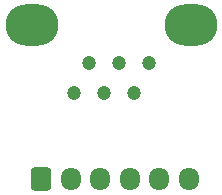
<source format=gbr>
%TF.GenerationSoftware,KiCad,Pcbnew,7.0.9*%
%TF.CreationDate,2024-03-01T17:25:44-08:00*%
%TF.ProjectId,M13-SDL-Rev1,4d31332d-5344-44c2-9d52-6576312e6b69,2*%
%TF.SameCoordinates,Original*%
%TF.FileFunction,Copper,L2,Bot*%
%TF.FilePolarity,Positive*%
%FSLAX46Y46*%
G04 Gerber Fmt 4.6, Leading zero omitted, Abs format (unit mm)*
G04 Created by KiCad (PCBNEW 7.0.9) date 2024-03-01 17:25:44*
%MOMM*%
%LPD*%
G01*
G04 APERTURE LIST*
G04 Aperture macros list*
%AMRoundRect*
0 Rectangle with rounded corners*
0 $1 Rounding radius*
0 $2 $3 $4 $5 $6 $7 $8 $9 X,Y pos of 4 corners*
0 Add a 4 corners polygon primitive as box body*
4,1,4,$2,$3,$4,$5,$6,$7,$8,$9,$2,$3,0*
0 Add four circle primitives for the rounded corners*
1,1,$1+$1,$2,$3*
1,1,$1+$1,$4,$5*
1,1,$1+$1,$6,$7*
1,1,$1+$1,$8,$9*
0 Add four rect primitives between the rounded corners*
20,1,$1+$1,$2,$3,$4,$5,0*
20,1,$1+$1,$4,$5,$6,$7,0*
20,1,$1+$1,$6,$7,$8,$9,0*
20,1,$1+$1,$8,$9,$2,$3,0*%
G04 Aperture macros list end*
%TA.AperFunction,ComponentPad*%
%ADD10RoundRect,0.250000X-0.600000X-0.725000X0.600000X-0.725000X0.600000X0.725000X-0.600000X0.725000X0*%
%TD*%
%TA.AperFunction,ComponentPad*%
%ADD11O,1.700000X1.950000*%
%TD*%
%TA.AperFunction,ComponentPad*%
%ADD12C,1.200000*%
%TD*%
%TA.AperFunction,ComponentPad*%
%ADD13O,4.500000X3.500000*%
%TD*%
G04 APERTURE END LIST*
D10*
%TO.P,REF\u002A\u002A,1*%
%TO.N,N/C*%
X140000000Y-113750000D03*
D11*
%TO.P,REF\u002A\u002A,2*%
X142500000Y-113750000D03*
%TO.P,REF\u002A\u002A,3*%
X145000000Y-113750000D03*
%TO.P,REF\u002A\u002A,4*%
X147500000Y-113750000D03*
%TO.P,REF\u002A\u002A,5*%
X150000000Y-113750000D03*
%TO.P,REF\u002A\u002A,6*%
X152500000Y-113750000D03*
%TD*%
D12*
%TO.P,REF\u002A\u002A,1*%
%TO.N,N/C*%
X142760000Y-106515000D03*
%TO.P,REF\u002A\u002A,3*%
X145300000Y-106515000D03*
%TO.P,REF\u002A\u002A,5*%
X147840000Y-106515000D03*
%TO.P,REF\u002A\u002A,8*%
X144030000Y-103975000D03*
%TO.P,REF\u002A\u002A,10*%
X146570000Y-103975000D03*
%TO.P,REF\u002A\u002A,12*%
X149110000Y-103975000D03*
D13*
%TO.P,REF\u002A\u002A,13*%
X139210000Y-100765000D03*
%TO.P,REF\u002A\u002A,14*%
X152660000Y-100765000D03*
%TD*%
M02*

</source>
